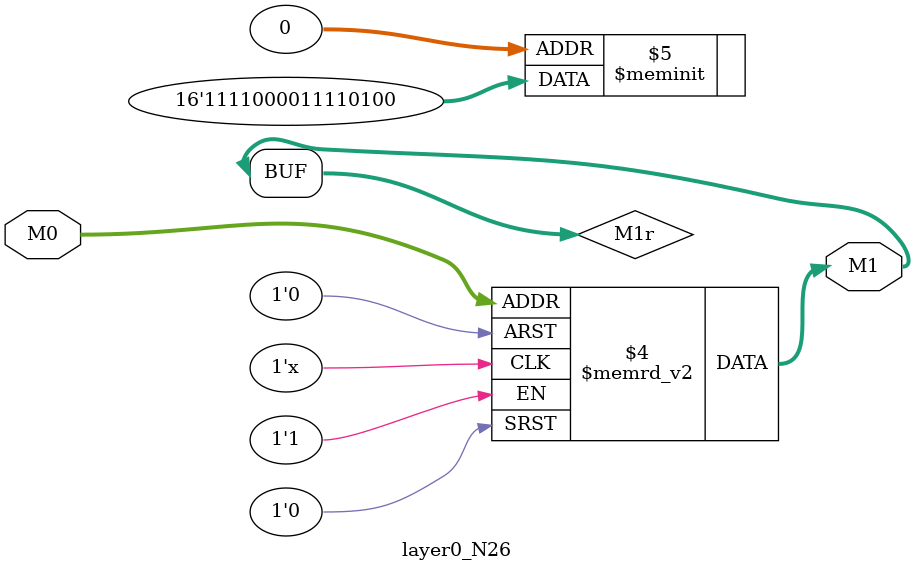
<source format=v>
module layer0_N26 ( input [2:0] M0, output [1:0] M1 );

	(*rom_style = "distributed" *) reg [1:0] M1r;
	assign M1 = M1r;
	always @ (M0) begin
		case (M0)
			3'b000: M1r = 2'b00;
			3'b100: M1r = 2'b00;
			3'b010: M1r = 2'b11;
			3'b110: M1r = 2'b11;
			3'b001: M1r = 2'b01;
			3'b101: M1r = 2'b00;
			3'b011: M1r = 2'b11;
			3'b111: M1r = 2'b11;

		endcase
	end
endmodule

</source>
